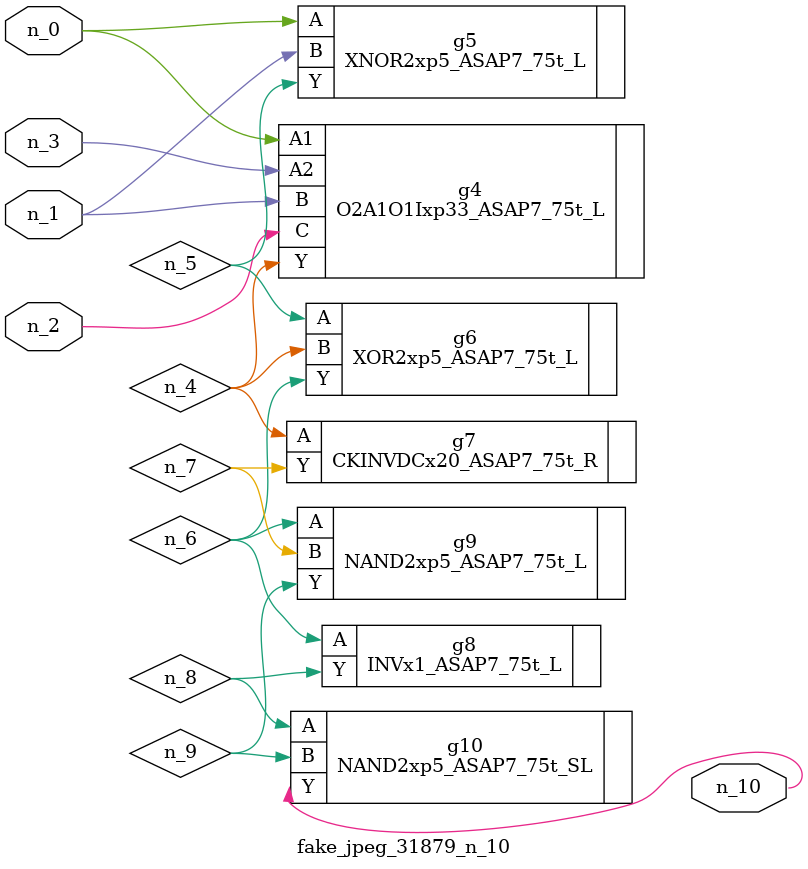
<source format=v>
module fake_jpeg_31879_n_10 (n_0, n_3, n_2, n_1, n_10);

input n_0;
input n_3;
input n_2;
input n_1;

output n_10;

wire n_4;
wire n_8;
wire n_9;
wire n_6;
wire n_5;
wire n_7;

O2A1O1Ixp33_ASAP7_75t_L g4 ( 
.A1(n_0),
.A2(n_3),
.B(n_1),
.C(n_2),
.Y(n_4)
);

XNOR2xp5_ASAP7_75t_L g5 ( 
.A(n_0),
.B(n_1),
.Y(n_5)
);

XOR2xp5_ASAP7_75t_L g6 ( 
.A(n_5),
.B(n_4),
.Y(n_6)
);

NAND2xp5_ASAP7_75t_L g9 ( 
.A(n_6),
.B(n_7),
.Y(n_9)
);

CKINVDCx20_ASAP7_75t_R g7 ( 
.A(n_4),
.Y(n_7)
);

INVx1_ASAP7_75t_L g8 ( 
.A(n_6),
.Y(n_8)
);

NAND2xp5_ASAP7_75t_SL g10 ( 
.A(n_8),
.B(n_9),
.Y(n_10)
);


endmodule
</source>
